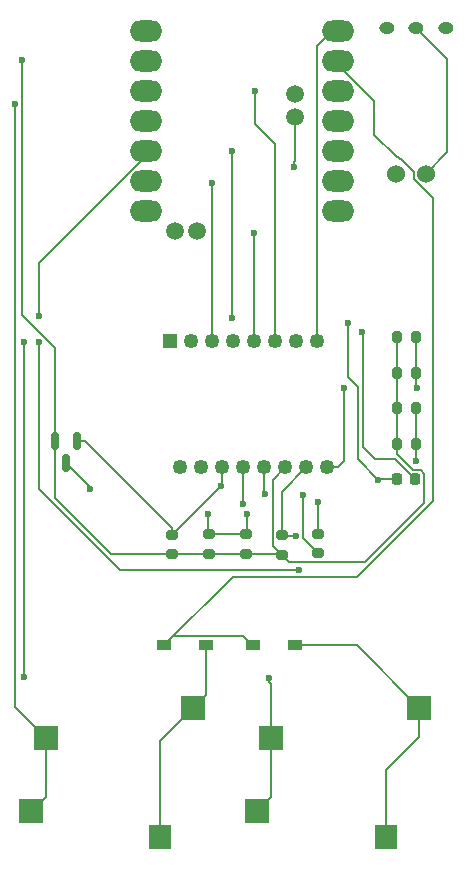
<source format=gbr>
%TF.GenerationSoftware,KiCad,Pcbnew,8.0.7*%
%TF.CreationDate,2025-02-05T17:19:28+09:00*%
%TF.ProjectId,coolpad002,636f6f6c-7061-4643-9030-322e6b696361,rev?*%
%TF.SameCoordinates,Original*%
%TF.FileFunction,Copper,L2,Bot*%
%TF.FilePolarity,Positive*%
%FSLAX46Y46*%
G04 Gerber Fmt 4.6, Leading zero omitted, Abs format (unit mm)*
G04 Created by KiCad (PCBNEW 8.0.7) date 2025-02-05 17:19:28*
%MOMM*%
%LPD*%
G01*
G04 APERTURE LIST*
G04 Aperture macros list*
%AMRoundRect*
0 Rectangle with rounded corners*
0 $1 Rounding radius*
0 $2 $3 $4 $5 $6 $7 $8 $9 X,Y pos of 4 corners*
0 Add a 4 corners polygon primitive as box body*
4,1,4,$2,$3,$4,$5,$6,$7,$8,$9,$2,$3,0*
0 Add four circle primitives for the rounded corners*
1,1,$1+$1,$2,$3*
1,1,$1+$1,$4,$5*
1,1,$1+$1,$6,$7*
1,1,$1+$1,$8,$9*
0 Add four rect primitives between the rounded corners*
20,1,$1+$1,$2,$3,$4,$5,0*
20,1,$1+$1,$4,$5,$6,$7,0*
20,1,$1+$1,$6,$7,$8,$9,0*
20,1,$1+$1,$8,$9,$2,$3,0*%
G04 Aperture macros list end*
%TA.AperFunction,SMDPad,CuDef*%
%ADD10R,2.000000X2.000000*%
%TD*%
%TA.AperFunction,SMDPad,CuDef*%
%ADD11R,1.900000X2.000000*%
%TD*%
%TA.AperFunction,ComponentPad*%
%ADD12O,1.300000X1.000000*%
%TD*%
%TA.AperFunction,ComponentPad*%
%ADD13C,1.524000*%
%TD*%
%TA.AperFunction,SMDPad,CuDef*%
%ADD14R,1.300000X0.950000*%
%TD*%
%TA.AperFunction,SMDPad,CuDef*%
%ADD15RoundRect,0.200000X-0.275000X0.200000X-0.275000X-0.200000X0.275000X-0.200000X0.275000X0.200000X0*%
%TD*%
%TA.AperFunction,SMDPad,CuDef*%
%ADD16RoundRect,0.200000X0.200000X0.275000X-0.200000X0.275000X-0.200000X-0.275000X0.200000X-0.275000X0*%
%TD*%
%TA.AperFunction,ComponentPad*%
%ADD17O,2.750000X1.800000*%
%TD*%
%TA.AperFunction,ComponentPad*%
%ADD18C,1.500000*%
%TD*%
%TA.AperFunction,SMDPad,CuDef*%
%ADD19RoundRect,0.200000X0.275000X-0.200000X0.275000X0.200000X-0.275000X0.200000X-0.275000X-0.200000X0*%
%TD*%
%TA.AperFunction,ComponentPad*%
%ADD20RoundRect,0.187500X-0.437500X-0.437500X0.437500X-0.437500X0.437500X0.437500X-0.437500X0.437500X0*%
%TD*%
%TA.AperFunction,ComponentPad*%
%ADD21O,1.250000X1.250000*%
%TD*%
%TA.AperFunction,SMDPad,CuDef*%
%ADD22RoundRect,0.150000X-0.150000X0.587500X-0.150000X-0.587500X0.150000X-0.587500X0.150000X0.587500X0*%
%TD*%
%TA.AperFunction,SMDPad,CuDef*%
%ADD23RoundRect,0.225000X0.225000X0.250000X-0.225000X0.250000X-0.225000X-0.250000X0.225000X-0.250000X0*%
%TD*%
%TA.AperFunction,ViaPad*%
%ADD24C,0.600000*%
%TD*%
%TA.AperFunction,Conductor*%
%ADD25C,0.200000*%
%TD*%
G04 APERTURE END LIST*
D10*
%TO.P,SW6,1,1*%
%TO.N,Col1*%
X138765000Y-68870000D03*
X139965000Y-62630000D03*
D11*
%TO.P,SW6,2,2*%
%TO.N,Net-(D5-A)*%
X149665000Y-71070000D03*
D10*
X152465000Y-60090000D03*
%TD*%
D12*
%TO.P,SW1,1,A*%
%TO.N,GND*%
X149750000Y-2554000D03*
%TO.P,SW1,2,B*%
%TO.N,Net-(BT1--)*%
X152250000Y-2554000D03*
%TO.P,SW1,3,C*%
%TO.N,unconnected-(SW1-C-Pad3)*%
X154750000Y-2554000D03*
%TD*%
D10*
%TO.P,SW2,1,1*%
%TO.N,Col0*%
X119655000Y-68880000D03*
X120855000Y-62640000D03*
D11*
%TO.P,SW2,2,2*%
%TO.N,Net-(D1-A)*%
X130555000Y-71080000D03*
D10*
X133355000Y-60100000D03*
%TD*%
D13*
%TO.P,BT1,1,+*%
%TO.N,Bat*%
X150530000Y-14870000D03*
%TO.P,BT1,2,-*%
%TO.N,Net-(BT1--)*%
X153070000Y-14870000D03*
%TD*%
D14*
%TO.P,D1,1,K*%
%TO.N,Row0*%
X130905000Y-54780000D03*
%TO.P,D1,2,A*%
%TO.N,Net-(D1-A)*%
X134455000Y-54780000D03*
%TD*%
%TO.P,D5,1,K*%
%TO.N,Row0*%
X138400000Y-54810000D03*
%TO.P,D5,2,A*%
%TO.N,Net-(D5-A)*%
X141950000Y-54810000D03*
%TD*%
D15*
%TO.P,C2,1*%
%TO.N,+1V9*%
X131550000Y-45450000D03*
%TO.P,C2,2*%
%TO.N,GND*%
X131550000Y-47100000D03*
%TD*%
D16*
%TO.P,C7,1*%
%TO.N,Net-(U2-VCP)*%
X152215000Y-31750000D03*
%TO.P,C7,2*%
%TO.N,GND*%
X150565000Y-31750000D03*
%TD*%
D15*
%TO.P,C5,1*%
%TO.N,Net-(U2-CN)*%
X143940000Y-45385000D03*
%TO.P,C5,2*%
%TO.N,Net-(U2-CP)*%
X143940000Y-47035000D03*
%TD*%
D17*
%TO.P,U3,1,P0.02_A0_D0*%
%TO.N,MOTION*%
X145610000Y-2774000D03*
%TO.P,U3,2,P0.03_A1_D1*%
%TO.N,Row0*%
X145610000Y-5314000D03*
%TO.P,U3,3,P0.28_A2_D2*%
%TO.N,Row1*%
X145610000Y-7854000D03*
%TO.P,U3,4,P0.29_A3_D3*%
%TO.N,Row2*%
X145610000Y-10394000D03*
%TO.P,U3,5,P0.04_A4_D4_SDA*%
%TO.N,SDIO*%
X145610000Y-12934000D03*
%TO.P,U3,6,P0.05_A5_D5_SCL*%
%TO.N,SCLK*%
X145610000Y-15474000D03*
%TO.P,U3,7,P1.11_D6_TX*%
%TO.N,Row3*%
X145610000Y-18014000D03*
%TO.P,U3,8,P1.12_D7_RX*%
%TO.N,Col3*%
X129370000Y-18014000D03*
%TO.P,U3,9,P1.13_D8_SCK*%
%TO.N,Col2*%
X129370000Y-15474000D03*
%TO.P,U3,10,P1.14_D9_MISO*%
%TO.N,Col1*%
X129370000Y-12934000D03*
%TO.P,U3,11,P1.15_D10_MOSI*%
%TO.N,Col0*%
X129370000Y-10394000D03*
%TO.P,U3,12,3V3*%
%TO.N,VCC3.3*%
X129370000Y-7854000D03*
%TO.P,U3,13,GND*%
%TO.N,GND*%
X129370000Y-5314000D03*
%TO.P,U3,14,5V*%
%TO.N,VCC*%
X129370000Y-2774000D03*
D18*
%TO.P,U3,15,NFC1_0.09*%
%TO.N,NCS*%
X133654600Y-19706000D03*
%TO.P,U3,16,NFC2_0.10*%
%TO.N,Col4*%
X131775000Y-19706000D03*
%TO.P,U3,20,BATT+*%
%TO.N,Bat*%
X141935000Y-10077000D03*
%TO.P,U3,21,BATT-*%
%TO.N,GND*%
X141935000Y-8172000D03*
%TD*%
D19*
%TO.P,C1,1*%
%TO.N,GND*%
X134690000Y-47060000D03*
%TO.P,C1,2*%
%TO.N,VCC3.3*%
X134690000Y-45410000D03*
%TD*%
D20*
%TO.P,U2,1,+VCSEL*%
%TO.N,Net-(U2-+VCSEL)*%
X131352893Y-29057107D03*
D21*
%TO.P,U2,2,SDIO*%
%TO.N,SDIO*%
X133132893Y-29057107D03*
%TO.P,U2,3,SCLK*%
%TO.N,SCLK*%
X134912893Y-29057107D03*
%TO.P,U2,4,NC*%
%TO.N,unconnected-(U2-NC-Pad4)*%
X136692893Y-29057107D03*
%TO.P,U2,5,NCS*%
%TO.N,NCS*%
X138472893Y-29057107D03*
%TO.P,U2,6,VDDIO*%
%TO.N,VCC3.3*%
X140252893Y-29057107D03*
%TO.P,U2,7,NRESET*%
%TO.N,Net-(U2-NRESET)*%
X142032893Y-29057107D03*
%TO.P,U2,8,MOTION*%
%TO.N,MOTION*%
X143812893Y-29057107D03*
%TO.P,U2,9,VCP*%
%TO.N,Net-(U2-VCP)*%
X144702893Y-39757107D03*
%TO.P,U2,10,PASS_T*%
%TO.N,Net-(U2-+VCSEL)*%
X142922893Y-39757107D03*
%TO.P,U2,11,GND*%
%TO.N,GND*%
X141142893Y-39757107D03*
%TO.P,U2,12,CP*%
%TO.N,Net-(U2-CP)*%
X139362893Y-39757107D03*
%TO.P,U2,13,CN*%
%TO.N,Net-(U2-CN)*%
X137582893Y-39757107D03*
%TO.P,U2,14,VDD*%
%TO.N,+1V9*%
X135802893Y-39757107D03*
%TO.P,U2,15,XYLASER*%
%TO.N,Net-(U2--VCSEL)*%
X134022893Y-39757107D03*
%TO.P,U2,16,-VCSEL*%
X132242893Y-39757107D03*
%TD*%
D16*
%TO.P,C9,1*%
%TO.N,+1V9*%
X152215000Y-37750000D03*
%TO.P,C9,2*%
%TO.N,GND*%
X150565000Y-37750000D03*
%TD*%
D22*
%TO.P,U1,1,GND*%
%TO.N,GND*%
X121620000Y-37525000D03*
%TO.P,U1,2,VO*%
%TO.N,+1V9*%
X123520000Y-37525000D03*
%TO.P,U1,3,VI*%
%TO.N,VCC3.3*%
X122570000Y-39400000D03*
%TD*%
D16*
%TO.P,C8,1*%
%TO.N,+1V9*%
X152215000Y-34750000D03*
%TO.P,C8,2*%
%TO.N,GND*%
X150565000Y-34750000D03*
%TD*%
%TO.P,C6,1*%
%TO.N,Net-(U2-VCP)*%
X152215000Y-28750000D03*
%TO.P,C6,2*%
%TO.N,GND*%
X150565000Y-28750000D03*
%TD*%
D15*
%TO.P,C4,1*%
%TO.N,Net-(U2-+VCSEL)*%
X140880000Y-45495000D03*
%TO.P,C4,2*%
%TO.N,GND*%
X140880000Y-47145000D03*
%TD*%
%TO.P,C3,1*%
%TO.N,VCC3.3*%
X137820000Y-45415000D03*
%TO.P,C3,2*%
%TO.N,GND*%
X137820000Y-47065000D03*
%TD*%
D23*
%TO.P,R1,1*%
%TO.N,Net-(U2-NRESET)*%
X152165000Y-40750000D03*
%TO.P,R1,2*%
%TO.N,VCC3.3*%
X150615000Y-40750000D03*
%TD*%
D24*
%TO.N,GND*%
X118830000Y-5250000D03*
%TO.N,+1V9*%
X152210000Y-39200000D03*
X135715000Y-41285000D03*
%TO.N,Net-(U2-+VCSEL)*%
X142300000Y-48400000D03*
X120300000Y-29160000D03*
X142050000Y-45540398D03*
%TO.N,Net-(U2-CP)*%
X139460000Y-42010000D03*
X142650000Y-42120000D03*
%TO.N,Net-(U2-CN)*%
X137530000Y-42870000D03*
X143910000Y-42720000D03*
%TO.N,Net-(U2-VCP)*%
X152260000Y-33060000D03*
X146152093Y-33040000D03*
%TO.N,Net-(U2-NRESET)*%
X147600000Y-28280000D03*
%TO.N,SCLK*%
X134940000Y-15710000D03*
%TO.N,SDIO*%
X136640000Y-27080000D03*
X136640000Y-12950000D03*
%TO.N,NCS*%
X138510000Y-19870000D03*
%TO.N,Col0*%
X118230000Y-9000000D03*
%TO.N,VCC3.3*%
X146470000Y-27532107D03*
X149020000Y-40790000D03*
X138570000Y-7860000D03*
X137870000Y-43680000D03*
X124580000Y-41540000D03*
X134640000Y-43670000D03*
%TO.N,Col1*%
X119020000Y-29110000D03*
X139800000Y-57540000D03*
X120270000Y-26910000D03*
X119030000Y-57510000D03*
%TO.N,Bat*%
X141890000Y-14280000D03*
%TD*%
D25*
%TO.N,GND*%
X118830000Y-5250000D02*
X118830000Y-26841471D01*
X150565000Y-34750000D02*
X150565000Y-31750000D01*
X121620000Y-29631471D02*
X121620000Y-37525000D01*
X152915000Y-42720996D02*
X147885996Y-47750000D01*
X140880000Y-47145000D02*
X140105000Y-46370000D01*
X150565000Y-38584314D02*
X151955686Y-39975000D01*
X147885996Y-47750000D02*
X141485000Y-47750000D01*
X131550000Y-47100000D02*
X140835000Y-47100000D01*
X152613696Y-39975000D02*
X152915000Y-40276304D01*
X141485000Y-47750000D02*
X140880000Y-47145000D01*
X121620000Y-42315996D02*
X126424004Y-47120000D01*
X140105000Y-46370000D02*
X140105000Y-40795000D01*
X150565000Y-37750000D02*
X150565000Y-38584314D01*
X150565000Y-31750000D02*
X150565000Y-28750000D01*
X152915000Y-40276304D02*
X152915000Y-42720996D01*
X131530000Y-47120000D02*
X131550000Y-47100000D01*
X126424004Y-47120000D02*
X131530000Y-47120000D01*
X140835000Y-47100000D02*
X140880000Y-47145000D01*
X121620000Y-37525000D02*
X121620000Y-42315996D01*
X151955686Y-39975000D02*
X152613696Y-39975000D01*
X118830000Y-26841471D02*
X121620000Y-29631471D01*
X150565000Y-37750000D02*
X150565000Y-34750000D01*
X140105000Y-40795000D02*
X141142893Y-39757107D01*
%TO.N,+1V9*%
X135802893Y-41197107D02*
X135715000Y-41285000D01*
X152215000Y-39195000D02*
X152210000Y-39200000D01*
X131550000Y-44874004D02*
X131550000Y-45450000D01*
X152215000Y-37750000D02*
X152215000Y-39195000D01*
X124200996Y-37525000D02*
X131550000Y-44874004D01*
X152215000Y-34750000D02*
X152215000Y-37750000D01*
X135715000Y-41285000D02*
X131550000Y-45450000D01*
X123520000Y-37525000D02*
X124200996Y-37525000D01*
X135802893Y-39757107D02*
X135802893Y-41197107D01*
%TO.N,Net-(U2-+VCSEL)*%
X120300000Y-29160000D02*
X120300000Y-41561682D01*
X142050000Y-45540398D02*
X140925398Y-45540398D01*
X140880000Y-41800000D02*
X142922893Y-39757107D01*
X127138318Y-48400000D02*
X142300000Y-48400000D01*
X140925398Y-45540398D02*
X140880000Y-45495000D01*
X120300000Y-41561682D02*
X127138318Y-48400000D01*
X140880000Y-45495000D02*
X140880000Y-41800000D01*
%TO.N,Net-(U2-CP)*%
X142650000Y-45745000D02*
X143940000Y-47035000D01*
X139362893Y-39757107D02*
X139362893Y-41912893D01*
X139362893Y-41912893D02*
X139460000Y-42010000D01*
X142650000Y-42120000D02*
X142650000Y-45745000D01*
%TO.N,Net-(U2-CN)*%
X143940000Y-42750000D02*
X143910000Y-42720000D01*
X143940000Y-45385000D02*
X143940000Y-42750000D01*
X137582893Y-42817107D02*
X137582893Y-39757107D01*
X137530000Y-42870000D02*
X137582893Y-42817107D01*
%TO.N,Net-(U2-VCP)*%
X152215000Y-28750000D02*
X152215000Y-31750000D01*
X152215000Y-31750000D02*
X152215000Y-33015000D01*
X146152093Y-39191790D02*
X145586776Y-39757107D01*
X145586776Y-39757107D02*
X144702893Y-39757107D01*
X146152093Y-33040000D02*
X146152093Y-39191790D01*
X152215000Y-33015000D02*
X152260000Y-33060000D01*
%TO.N,Net-(U2-NRESET)*%
X147690000Y-37990000D02*
X148760000Y-39060000D01*
X147600000Y-28280000D02*
X147690000Y-28370000D01*
X150475000Y-39060000D02*
X152165000Y-40750000D01*
X147690000Y-28370000D02*
X147690000Y-37990000D01*
X148760000Y-39060000D02*
X150475000Y-39060000D01*
%TO.N,MOTION*%
X143812893Y-29057107D02*
X143812893Y-4071107D01*
X143812893Y-4071107D02*
X145110000Y-2774000D01*
%TO.N,SCLK*%
X134912893Y-29057107D02*
X134912893Y-15737107D01*
X134912893Y-15737107D02*
X134940000Y-15710000D01*
%TO.N,SDIO*%
X136640000Y-27080000D02*
X136640000Y-12950000D01*
%TO.N,NCS*%
X138472893Y-29057107D02*
X138472893Y-19907107D01*
X138472893Y-19907107D02*
X138510000Y-19870000D01*
%TO.N,Net-(D1-A)*%
X134455000Y-59000000D02*
X133355000Y-60100000D01*
X130555000Y-62900000D02*
X130555000Y-71080000D01*
X134455000Y-54780000D02*
X134455000Y-59000000D01*
X133355000Y-60100000D02*
X130555000Y-62900000D01*
%TO.N,Col0*%
X120855000Y-67680000D02*
X119655000Y-68880000D01*
X120855000Y-62640000D02*
X120855000Y-67680000D01*
X120855000Y-62640000D02*
X118230000Y-60015000D01*
X118230000Y-60015000D02*
X118230000Y-9000000D01*
%TO.N,VCC3.3*%
X140252893Y-29057107D02*
X140252893Y-12342893D01*
X146470000Y-32130000D02*
X147290000Y-32950000D01*
X149060000Y-40750000D02*
X149020000Y-40790000D01*
X140252893Y-12342893D02*
X138570000Y-10660000D01*
X147290000Y-39060000D02*
X149020000Y-40790000D01*
X150615000Y-40750000D02*
X149060000Y-40750000D01*
X124580000Y-41410000D02*
X124580000Y-41540000D01*
X122570000Y-39400000D02*
X124580000Y-41410000D01*
X146470000Y-27532107D02*
X146470000Y-32130000D01*
X137870000Y-43680000D02*
X137870000Y-45365000D01*
X147290000Y-32950000D02*
X147290000Y-39060000D01*
X137870000Y-45365000D02*
X137820000Y-45415000D01*
X134690000Y-45410000D02*
X137815000Y-45410000D01*
X134640000Y-43670000D02*
X134640000Y-45360000D01*
X134640000Y-45360000D02*
X134690000Y-45410000D01*
X137815000Y-45410000D02*
X137820000Y-45415000D01*
X138570000Y-10660000D02*
X138570000Y-7860000D01*
%TO.N,Col1*%
X139965000Y-58075000D02*
X139965000Y-62630000D01*
X129737944Y-12934000D02*
X120270000Y-22401944D01*
X139800000Y-57910000D02*
X139965000Y-58075000D01*
X139800000Y-57540000D02*
X139800000Y-57910000D01*
X120270000Y-22401944D02*
X120270000Y-26910000D01*
X139965000Y-62630000D02*
X139965000Y-67670000D01*
X119020000Y-29110000D02*
X119020000Y-57500000D01*
X129870000Y-12934000D02*
X129737944Y-12934000D01*
X139965000Y-67670000D02*
X138765000Y-68870000D01*
X119020000Y-57500000D02*
X119030000Y-57510000D01*
%TO.N,Net-(D5-A)*%
X147185000Y-54810000D02*
X152465000Y-60090000D01*
X152465000Y-62610559D02*
X149665000Y-65410559D01*
X141950000Y-54810000D02*
X147185000Y-54810000D01*
X152465000Y-60090000D02*
X152465000Y-62610559D01*
X149665000Y-65410559D02*
X149665000Y-71070000D01*
%TO.N,Row0*%
X148680000Y-8751944D02*
X145242056Y-5314000D01*
X130905000Y-54780000D02*
X131680000Y-54005000D01*
X152008000Y-14749387D02*
X151013738Y-13755125D01*
X150737245Y-13579658D02*
X150484923Y-13370919D01*
X136685000Y-49000000D02*
X147201682Y-49000000D01*
X150484923Y-13370919D02*
X148680000Y-11565996D01*
X153630000Y-42571682D02*
X153630000Y-16931895D01*
X148680000Y-11565996D02*
X148680000Y-8751944D01*
X151013738Y-13755125D02*
X150737245Y-13579658D01*
X131680000Y-54005000D02*
X137595000Y-54005000D01*
X137595000Y-54005000D02*
X138400000Y-54810000D01*
X152008000Y-15309895D02*
X152008000Y-14749387D01*
X147201682Y-49000000D02*
X153630000Y-42571682D01*
X130905000Y-54780000D02*
X136685000Y-49000000D01*
X153630000Y-16931895D02*
X152008000Y-15309895D01*
X145242056Y-5314000D02*
X145110000Y-5314000D01*
%TO.N,Net-(BT1--)*%
X153070000Y-14870000D02*
X154875670Y-13064330D01*
X154875670Y-13064330D02*
X154875670Y-5179670D01*
X154875670Y-5179670D02*
X152250000Y-2554000D01*
%TO.N,Bat*%
X141890000Y-14280000D02*
X141890000Y-13830000D01*
X141935000Y-13785000D02*
X141935000Y-10077000D01*
X141890000Y-13830000D02*
X141935000Y-13785000D01*
%TD*%
M02*

</source>
